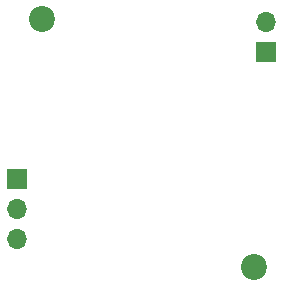
<source format=gbr>
%TF.GenerationSoftware,KiCad,Pcbnew,8.0.3*%
%TF.CreationDate,2024-06-15T19:32:54-05:00*%
%TF.ProjectId,VIK-Solenoid,56494b2d-536f-46c6-956e-6f69642e6b69,rev?*%
%TF.SameCoordinates,Original*%
%TF.FileFunction,Soldermask,Top*%
%TF.FilePolarity,Negative*%
%FSLAX46Y46*%
G04 Gerber Fmt 4.6, Leading zero omitted, Abs format (unit mm)*
G04 Created by KiCad (PCBNEW 8.0.3) date 2024-06-15 19:32:54*
%MOMM*%
%LPD*%
G01*
G04 APERTURE LIST*
%ADD10C,2.200000*%
%ADD11R,1.700000X1.700000*%
%ADD12O,1.700000X1.700000*%
G04 APERTURE END LIST*
D10*
%TO.C,REF\u002A\u002A*%
X202240000Y-93660000D03*
%TD*%
%TO.C,REF\u002A\u002A*%
X184250000Y-72670000D03*
%TD*%
%TO.C,*%
X184250000Y-72670000D03*
%TD*%
%TO.C,*%
X202240000Y-93660000D03*
%TD*%
D11*
%TO.C,J1*%
X203240000Y-75445000D03*
D12*
X203240000Y-72905000D03*
%TD*%
D11*
%TO.C,J3*%
X182120000Y-86215000D03*
D12*
X182120000Y-88755000D03*
X182120000Y-91295000D03*
%TD*%
M02*

</source>
